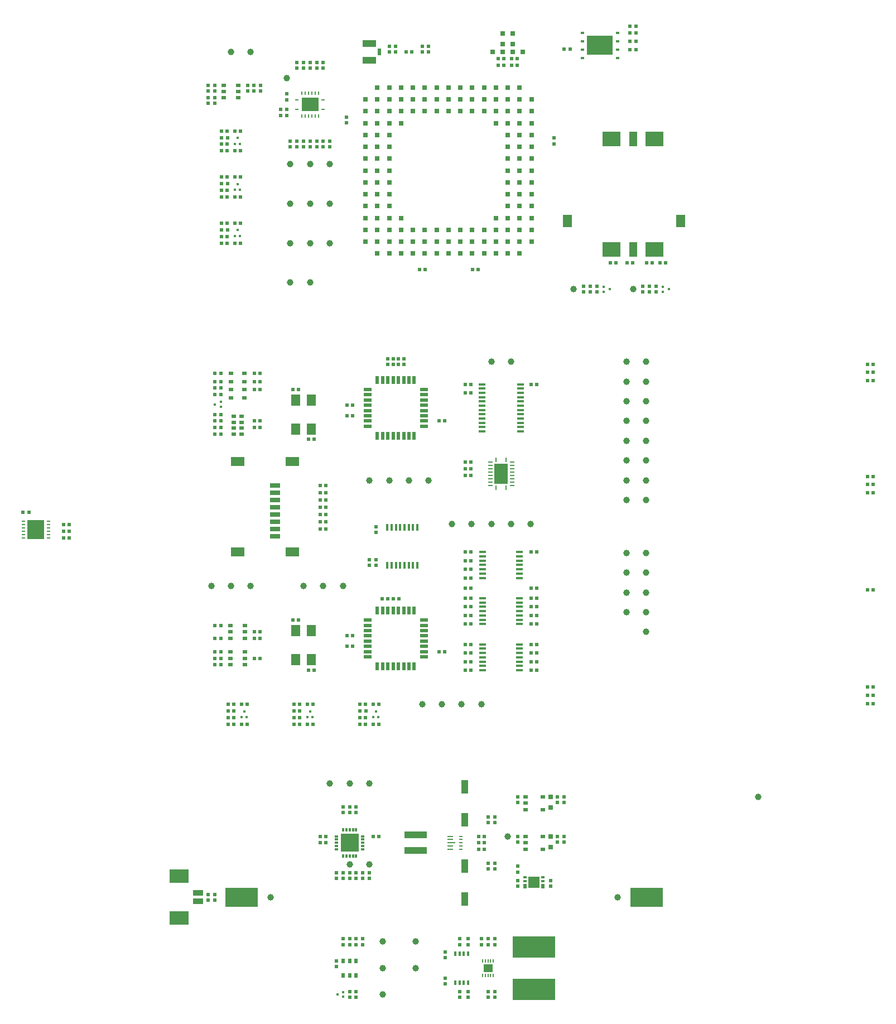
<source format=gtp>
G04*
G04 #@! TF.GenerationSoftware,Altium Limited,Altium Designer,20.0.13 (296)*
G04*
G04 Layer_Color=8421504*
%FSLAX25Y25*%
%MOIN*%
G70*
G01*
G75*
%ADD18R,0.03543X0.00984*%
%ADD19R,0.05118X0.00984*%
%ADD20R,0.02362X0.00984*%
G04:AMPARAMS|DCode=21|XSize=23.62mil|YSize=9.45mil|CornerRadius=0.94mil|HoleSize=0mil|Usage=FLASHONLY|Rotation=0.000|XOffset=0mil|YOffset=0mil|HoleType=Round|Shape=RoundedRectangle|*
%AMROUNDEDRECTD21*
21,1,0.02362,0.00756,0,0,0.0*
21,1,0.02173,0.00945,0,0,0.0*
1,1,0.00189,0.01087,-0.00378*
1,1,0.00189,-0.01087,-0.00378*
1,1,0.00189,-0.01087,0.00378*
1,1,0.00189,0.01087,0.00378*
%
%ADD21ROUNDEDRECTD21*%
G04:AMPARAMS|DCode=22|XSize=23.62mil|YSize=9.45mil|CornerRadius=0.94mil|HoleSize=0mil|Usage=FLASHONLY|Rotation=90.000|XOffset=0mil|YOffset=0mil|HoleType=Round|Shape=RoundedRectangle|*
%AMROUNDEDRECTD22*
21,1,0.02362,0.00756,0,0,90.0*
21,1,0.02173,0.00945,0,0,90.0*
1,1,0.00189,0.00378,0.01087*
1,1,0.00189,0.00378,-0.01087*
1,1,0.00189,-0.00378,-0.01087*
1,1,0.00189,-0.00378,0.01087*
%
%ADD22ROUNDEDRECTD22*%
%ADD23R,0.08071X0.12008*%
%ADD24R,0.10039X0.08071*%
%ADD25R,0.00984X0.02362*%
%ADD26R,0.03937X0.01772*%
%ADD27R,0.01772X0.03937*%
%ADD28R,0.05118X0.01968*%
%ADD29R,0.01968X0.05118*%
%ADD30R,0.10236X0.11811*%
%ADD31R,0.02362X0.00984*%
%ADD32C,0.03937*%
%ADD33R,0.00984X0.01968*%
%ADD34R,0.05512X0.05118*%
%ADD35R,0.03150X0.01968*%
%ADD36R,0.01575X0.01575*%
%ADD37R,0.01575X0.01575*%
%ADD38R,0.02756X0.01968*%
%ADD39R,0.25591X0.12520*%
%ADD40R,0.02047X0.01850*%
%ADD41R,0.11024X0.11024*%
%ADD42R,0.01181X0.01968*%
%ADD43R,0.01968X0.01181*%
%ADD44R,0.01575X0.03150*%
%ADD45R,0.15748X0.11811*%
%ADD46R,0.02362X0.01575*%
%ADD47R,0.01968X0.02362*%
%ADD48R,0.13386X0.03858*%
%ADD49R,0.03150X0.03150*%
G04:AMPARAMS|DCode=50|XSize=27.56mil|YSize=27.56mil|CornerRadius=2.76mil|HoleSize=0mil|Usage=FLASHONLY|Rotation=0.000|XOffset=0mil|YOffset=0mil|HoleType=Round|Shape=RoundedRectangle|*
%AMROUNDEDRECTD50*
21,1,0.02756,0.02205,0,0,0.0*
21,1,0.02205,0.02756,0,0,0.0*
1,1,0.00551,0.01102,-0.01102*
1,1,0.00551,-0.01102,-0.01102*
1,1,0.00551,-0.01102,0.01102*
1,1,0.00551,0.01102,0.01102*
%
%ADD50ROUNDEDRECTD50*%
%ADD51R,0.11811X0.08268*%
G04:AMPARAMS|DCode=52|XSize=62.99mil|YSize=31.89mil|CornerRadius=3.19mil|HoleSize=0mil|Usage=FLASHONLY|Rotation=0.000|XOffset=0mil|YOffset=0mil|HoleType=Round|Shape=RoundedRectangle|*
%AMROUNDEDRECTD52*
21,1,0.06299,0.02551,0,0,0.0*
21,1,0.05661,0.03189,0,0,0.0*
1,1,0.00638,0.02831,-0.01276*
1,1,0.00638,-0.02831,-0.01276*
1,1,0.00638,-0.02831,0.01276*
1,1,0.00638,0.02831,0.01276*
%
%ADD52ROUNDEDRECTD52*%
%ADD53R,0.07874X0.03937*%
%ADD54R,0.02362X0.03937*%
%ADD55R,0.11024X0.08661*%
%ADD56R,0.04724X0.08661*%
%ADD57R,0.05709X0.07677*%
%ADD58R,0.05906X0.03150*%
%ADD59R,0.07874X0.05709*%
%ADD60R,0.03937X0.07874*%
%ADD61R,0.07087X0.07087*%
%ADD62R,0.01968X0.02953*%
%ADD63R,0.01968X0.01575*%
%ADD64R,0.05512X0.07087*%
%ADD65R,0.03150X0.03150*%
%ADD66R,0.01850X0.02047*%
%ADD67R,0.01968X0.03150*%
%ADD68R,0.19685X0.11811*%
D18*
X323819Y137795D02*
D03*
Y135827D02*
D03*
Y131890D02*
D03*
Y129921D02*
D03*
D19*
X324606Y133858D02*
D03*
D20*
X330315Y129921D02*
D03*
Y131890D02*
D03*
Y133858D02*
D03*
Y135827D02*
D03*
Y137795D02*
D03*
X232382Y577756D02*
D03*
X247933D02*
D03*
Y571850D02*
D03*
X232382D02*
D03*
D21*
X347835Y355315D02*
D03*
Y353346D02*
D03*
Y351378D02*
D03*
Y349410D02*
D03*
Y347441D02*
D03*
Y357283D02*
D03*
Y359252D02*
D03*
Y361221D02*
D03*
X360827D02*
D03*
Y359252D02*
D03*
Y357283D02*
D03*
Y347441D02*
D03*
Y349410D02*
D03*
Y351378D02*
D03*
Y353346D02*
D03*
Y355315D02*
D03*
D22*
X351378Y345866D02*
D03*
X357283D02*
D03*
X351378Y362795D02*
D03*
X357283D02*
D03*
D23*
X354331Y354331D02*
D03*
D24*
X240158Y574803D02*
D03*
D25*
X235236Y581595D02*
D03*
X237205D02*
D03*
X239173D02*
D03*
X241142D02*
D03*
X243110D02*
D03*
X245079D02*
D03*
Y568012D02*
D03*
X243110D02*
D03*
X241142D02*
D03*
X239173D02*
D03*
X237205D02*
D03*
X235236D02*
D03*
D26*
X365748Y394980D02*
D03*
Y397539D02*
D03*
Y400098D02*
D03*
Y392421D02*
D03*
Y389862D02*
D03*
Y387303D02*
D03*
Y384744D02*
D03*
Y402658D02*
D03*
X342913Y394980D02*
D03*
Y397539D02*
D03*
Y400098D02*
D03*
Y392421D02*
D03*
Y389862D02*
D03*
Y387303D02*
D03*
Y384744D02*
D03*
Y402658D02*
D03*
Y405217D02*
D03*
Y382185D02*
D03*
X365748Y405217D02*
D03*
Y382185D02*
D03*
X342913Y407776D02*
D03*
Y379626D02*
D03*
X365748D02*
D03*
Y407776D02*
D03*
X343307Y307480D02*
D03*
X365354Y292126D02*
D03*
X343307D02*
D03*
Y294685D02*
D03*
Y297244D02*
D03*
Y304921D02*
D03*
Y302362D02*
D03*
Y299803D02*
D03*
X365354Y294685D02*
D03*
Y297244D02*
D03*
Y299803D02*
D03*
Y302362D02*
D03*
Y307480D02*
D03*
Y304921D02*
D03*
X343307Y252362D02*
D03*
X365354Y237008D02*
D03*
X343307D02*
D03*
Y239567D02*
D03*
Y242126D02*
D03*
Y249803D02*
D03*
Y247244D02*
D03*
Y244685D02*
D03*
X365354Y239567D02*
D03*
Y242126D02*
D03*
Y244685D02*
D03*
Y247244D02*
D03*
Y252362D02*
D03*
Y249803D02*
D03*
X343307Y279921D02*
D03*
X365354Y264567D02*
D03*
X343307D02*
D03*
Y267126D02*
D03*
Y269685D02*
D03*
Y277362D02*
D03*
Y274803D02*
D03*
Y272244D02*
D03*
X365354Y267126D02*
D03*
Y269685D02*
D03*
Y272244D02*
D03*
Y274803D02*
D03*
Y279921D02*
D03*
Y277362D02*
D03*
D27*
X286319Y299606D02*
D03*
X304232D02*
D03*
X301673D02*
D03*
X299114D02*
D03*
X296555D02*
D03*
X288878D02*
D03*
X291437D02*
D03*
X293996D02*
D03*
X286319Y322441D02*
D03*
X304232D02*
D03*
X301673D02*
D03*
X299114D02*
D03*
X296555D02*
D03*
X288878D02*
D03*
X291437D02*
D03*
X293996D02*
D03*
D28*
X274606Y266929D02*
D03*
Y263779D02*
D03*
Y260630D02*
D03*
Y257480D02*
D03*
Y254331D02*
D03*
Y251181D02*
D03*
Y248031D02*
D03*
Y244882D02*
D03*
X308071D02*
D03*
Y248031D02*
D03*
Y251181D02*
D03*
Y254331D02*
D03*
Y257480D02*
D03*
Y260630D02*
D03*
Y263779D02*
D03*
Y266929D02*
D03*
Y404724D02*
D03*
Y401575D02*
D03*
Y398425D02*
D03*
Y395276D02*
D03*
Y392126D02*
D03*
Y388976D02*
D03*
Y385827D02*
D03*
Y382677D02*
D03*
X274606D02*
D03*
Y385827D02*
D03*
Y388976D02*
D03*
Y392126D02*
D03*
Y395276D02*
D03*
Y398425D02*
D03*
Y401575D02*
D03*
Y404724D02*
D03*
D29*
X280315Y239173D02*
D03*
X283465D02*
D03*
X286614D02*
D03*
X289764D02*
D03*
X292913D02*
D03*
X296063D02*
D03*
X299213D02*
D03*
X302362D02*
D03*
Y272638D02*
D03*
X299213D02*
D03*
X296063D02*
D03*
X292913D02*
D03*
X289764D02*
D03*
X286614D02*
D03*
X283465D02*
D03*
X280315D02*
D03*
Y410433D02*
D03*
X283465D02*
D03*
X286614D02*
D03*
X289764D02*
D03*
X292913D02*
D03*
X296063D02*
D03*
X299213D02*
D03*
X302362D02*
D03*
Y376969D02*
D03*
X299213D02*
D03*
X296063D02*
D03*
X292913D02*
D03*
X289764D02*
D03*
X286614D02*
D03*
X283465D02*
D03*
X280315D02*
D03*
D30*
X76300Y321000D02*
D03*
D31*
X83780Y320016D02*
D03*
Y318047D02*
D03*
Y316079D02*
D03*
Y321984D02*
D03*
Y323953D02*
D03*
Y325921D02*
D03*
X68820Y320016D02*
D03*
Y318047D02*
D03*
Y316079D02*
D03*
Y321984D02*
D03*
Y323953D02*
D03*
Y325921D02*
D03*
D32*
X360236Y421300D02*
D03*
X216535Y101400D02*
D03*
X423764Y101397D02*
D03*
X303150Y74803D02*
D03*
Y59055D02*
D03*
X283465Y43307D02*
D03*
Y74803D02*
D03*
Y59055D02*
D03*
X507874Y161201D02*
D03*
X263779Y120866D02*
D03*
X275590D02*
D03*
X275590Y169291D02*
D03*
X251969D02*
D03*
X263779D02*
D03*
X358268Y137598D02*
D03*
X240158Y492126D02*
D03*
X251969D02*
D03*
X228346D02*
D03*
X324803Y324300D02*
D03*
X440945Y259842D02*
D03*
X287402Y350394D02*
D03*
X299213D02*
D03*
X440945Y307087D02*
D03*
Y295276D02*
D03*
Y283465D02*
D03*
X429134Y271654D02*
D03*
Y283465D02*
D03*
Y295276D02*
D03*
Y307087D02*
D03*
X204724Y606299D02*
D03*
X192913D02*
D03*
X228346Y468504D02*
D03*
X240158D02*
D03*
X311024Y350394D02*
D03*
X275590D02*
D03*
X251969Y539370D02*
D03*
X240158D02*
D03*
X228346D02*
D03*
X240158Y515748D02*
D03*
X228346D02*
D03*
X251969D02*
D03*
X226378Y590551D02*
D03*
X248031Y287402D02*
D03*
X236221D02*
D03*
X259842D02*
D03*
X181102D02*
D03*
X204724D02*
D03*
X192913D02*
D03*
X372047Y324300D02*
D03*
X360236D02*
D03*
X348425D02*
D03*
X336614D02*
D03*
X397638Y464567D02*
D03*
X433071D02*
D03*
X429134Y421260D02*
D03*
X440945D02*
D03*
X429134Y409449D02*
D03*
X440945D02*
D03*
X429134Y397638D02*
D03*
X440945D02*
D03*
X429134Y385827D02*
D03*
X440945D02*
D03*
X429134Y374016D02*
D03*
X440945D02*
D03*
X429134Y362205D02*
D03*
X440945D02*
D03*
X429134Y350394D02*
D03*
X440945D02*
D03*
X429134Y338583D02*
D03*
X440945D02*
D03*
X342520Y216535D02*
D03*
X330709D02*
D03*
X318898Y216500D02*
D03*
X307087Y216535D02*
D03*
X440945Y271654D02*
D03*
X348425Y421200D02*
D03*
D33*
X343307Y54724D02*
D03*
X344882D02*
D03*
X346457D02*
D03*
X348031D02*
D03*
X349606D02*
D03*
Y63386D02*
D03*
X348031D02*
D03*
X346457D02*
D03*
X344882D02*
D03*
X343307D02*
D03*
D34*
X346457Y59055D02*
D03*
D35*
X192520Y247835D02*
D03*
Y244094D02*
D03*
Y240354D02*
D03*
X201181D02*
D03*
Y247835D02*
D03*
Y244094D02*
D03*
X379134Y137598D02*
D03*
Y130118D02*
D03*
X368898D02*
D03*
Y133858D02*
D03*
Y137598D02*
D03*
X192913Y414370D02*
D03*
Y409449D02*
D03*
Y404528D02*
D03*
Y399606D02*
D03*
X200787Y414370D02*
D03*
Y409449D02*
D03*
Y404528D02*
D03*
Y399606D02*
D03*
X188583Y586417D02*
D03*
Y582677D02*
D03*
Y578937D02*
D03*
X197244D02*
D03*
Y586417D02*
D03*
Y582677D02*
D03*
X379134Y161221D02*
D03*
Y153740D02*
D03*
X368898D02*
D03*
Y157480D02*
D03*
Y161221D02*
D03*
X201181Y259842D02*
D03*
Y263583D02*
D03*
Y256102D02*
D03*
X192520D02*
D03*
Y259842D02*
D03*
Y263583D02*
D03*
D36*
X186811Y394193D02*
D03*
Y397146D02*
D03*
X260039Y41831D02*
D03*
Y44783D02*
D03*
X196850Y554921D02*
D03*
Y527362D02*
D03*
Y499803D02*
D03*
X200787Y212402D02*
D03*
X240158D02*
D03*
X279528D02*
D03*
X415551Y466043D02*
D03*
Y463091D02*
D03*
X450984Y466043D02*
D03*
Y463091D02*
D03*
D37*
X183268Y395669D02*
D03*
X256496Y43307D02*
D03*
X195374Y551378D02*
D03*
X198327D02*
D03*
X195374Y523819D02*
D03*
X198327D02*
D03*
X195374Y496260D02*
D03*
X198327D02*
D03*
X199311Y208858D02*
D03*
X202264D02*
D03*
X238681D02*
D03*
X241634D02*
D03*
X278051D02*
D03*
X281004D02*
D03*
X419095Y464567D02*
D03*
X454528D02*
D03*
D38*
X199213Y388583D02*
D03*
Y385039D02*
D03*
Y381496D02*
D03*
Y377953D02*
D03*
X194488D02*
D03*
Y381496D02*
D03*
Y385039D02*
D03*
Y388583D02*
D03*
D39*
X374016Y46457D02*
D03*
Y71653D02*
D03*
D40*
X228346Y552874D02*
D03*
Y549488D02*
D03*
X287402Y606299D02*
D03*
Y609685D02*
D03*
X240158Y596732D02*
D03*
Y600118D02*
D03*
X364173Y111260D02*
D03*
Y107874D02*
D03*
X342520Y73110D02*
D03*
Y76496D02*
D03*
X320866Y68622D02*
D03*
Y65236D02*
D03*
Y49488D02*
D03*
Y52874D02*
D03*
X350394Y76496D02*
D03*
Y73110D02*
D03*
X334547Y76496D02*
D03*
Y73110D02*
D03*
X255906Y60000D02*
D03*
Y63386D02*
D03*
X267717Y76496D02*
D03*
Y73110D02*
D03*
X263779Y76496D02*
D03*
Y73110D02*
D03*
X267717Y115866D02*
D03*
Y112480D02*
D03*
X263779Y115866D02*
D03*
Y112480D02*
D03*
X275590Y115866D02*
D03*
Y112480D02*
D03*
X271654Y115866D02*
D03*
Y112480D02*
D03*
X255906Y115866D02*
D03*
Y112480D02*
D03*
X259842Y115866D02*
D03*
Y112480D02*
D03*
X183071Y99704D02*
D03*
Y103090D02*
D03*
X267717Y151850D02*
D03*
Y155236D02*
D03*
X259842Y151850D02*
D03*
Y155236D02*
D03*
X263779Y151850D02*
D03*
Y155236D02*
D03*
X350394Y118386D02*
D03*
Y121772D02*
D03*
X346457D02*
D03*
Y118386D02*
D03*
X350443Y145945D02*
D03*
Y149331D02*
D03*
X346506D02*
D03*
Y145945D02*
D03*
X210630Y583032D02*
D03*
Y586417D02*
D03*
X206693D02*
D03*
Y583032D02*
D03*
X179134Y575551D02*
D03*
Y578937D02*
D03*
X183071Y586417D02*
D03*
Y583032D02*
D03*
X179134D02*
D03*
Y586417D02*
D03*
X364173Y157835D02*
D03*
Y161221D02*
D03*
X387795D02*
D03*
Y157835D02*
D03*
X391732D02*
D03*
Y161221D02*
D03*
X364173Y134213D02*
D03*
Y137598D02*
D03*
X387795D02*
D03*
Y134213D02*
D03*
X391732D02*
D03*
Y137598D02*
D03*
X385827Y554843D02*
D03*
Y551457D02*
D03*
X226378Y568465D02*
D03*
Y571850D02*
D03*
X251969Y549488D02*
D03*
Y552874D02*
D03*
X244094Y549488D02*
D03*
Y552874D02*
D03*
X236221Y549488D02*
D03*
Y552874D02*
D03*
X248031Y600118D02*
D03*
Y596732D02*
D03*
X244094Y600118D02*
D03*
Y596732D02*
D03*
X236221Y600118D02*
D03*
Y596732D02*
D03*
X286614Y419567D02*
D03*
Y422953D02*
D03*
X279528Y319173D02*
D03*
Y322559D02*
D03*
X275590Y299488D02*
D03*
Y302874D02*
D03*
X407480Y466260D02*
D03*
Y462874D02*
D03*
X442913Y466260D02*
D03*
Y462874D02*
D03*
X179134Y99704D02*
D03*
Y103090D02*
D03*
X364173Y116417D02*
D03*
Y119803D02*
D03*
X383858Y107874D02*
D03*
Y111260D02*
D03*
X346457Y73110D02*
D03*
Y76496D02*
D03*
X350394Y45000D02*
D03*
Y41614D02*
D03*
X346457Y45000D02*
D03*
Y41614D02*
D03*
X329429Y76496D02*
D03*
Y73110D02*
D03*
X263779Y41614D02*
D03*
Y45000D02*
D03*
X267520Y41614D02*
D03*
Y45000D02*
D03*
X271654Y76496D02*
D03*
Y73110D02*
D03*
X259842Y76496D02*
D03*
Y73110D02*
D03*
X202756Y586417D02*
D03*
Y583032D02*
D03*
X183071Y575551D02*
D03*
Y578937D02*
D03*
X261811Y563937D02*
D03*
Y567323D02*
D03*
X232283Y552874D02*
D03*
Y549488D02*
D03*
Y596732D02*
D03*
Y600118D02*
D03*
X248031Y549488D02*
D03*
Y552874D02*
D03*
X289764Y422953D02*
D03*
Y419567D02*
D03*
X279528Y299488D02*
D03*
Y302874D02*
D03*
X403543Y466260D02*
D03*
Y462874D02*
D03*
X438976Y466260D02*
D03*
Y462874D02*
D03*
X411417D02*
D03*
Y466260D02*
D03*
X446850Y462874D02*
D03*
Y466260D02*
D03*
X296063Y419567D02*
D03*
Y422953D02*
D03*
X292913Y419567D02*
D03*
Y422953D02*
D03*
X329429Y41614D02*
D03*
Y45000D02*
D03*
X334547Y41614D02*
D03*
Y45000D02*
D03*
X222441Y571850D02*
D03*
Y568465D02*
D03*
X226378Y577756D02*
D03*
Y581142D02*
D03*
X307087Y609685D02*
D03*
Y606299D02*
D03*
X291339Y609685D02*
D03*
Y606299D02*
D03*
X311024D02*
D03*
Y609685D02*
D03*
X240158Y552874D02*
D03*
Y549488D02*
D03*
D41*
X263779Y133858D02*
D03*
D42*
X267717Y125984D02*
D03*
X265748D02*
D03*
X263779D02*
D03*
X261811D02*
D03*
X259842D02*
D03*
Y141732D02*
D03*
X261811D02*
D03*
X263779D02*
D03*
X265748D02*
D03*
X267717D02*
D03*
D43*
X255906Y129921D02*
D03*
Y131890D02*
D03*
Y133858D02*
D03*
Y135827D02*
D03*
Y137795D02*
D03*
X271654D02*
D03*
Y135827D02*
D03*
Y133858D02*
D03*
Y131890D02*
D03*
Y129921D02*
D03*
D44*
X326870Y67716D02*
D03*
X329429D02*
D03*
X331988D02*
D03*
X334547D02*
D03*
Y50394D02*
D03*
X331988D02*
D03*
X329429D02*
D03*
X326870D02*
D03*
D45*
X413386Y610236D02*
D03*
D46*
X424016Y602736D02*
D03*
Y607736D02*
D03*
Y612736D02*
D03*
Y617736D02*
D03*
X402756D02*
D03*
Y612736D02*
D03*
Y607736D02*
D03*
Y602736D02*
D03*
D47*
X183268Y405512D02*
D03*
X186811D02*
D03*
X187205Y555118D02*
D03*
X190748D02*
D03*
Y527559D02*
D03*
X187205D02*
D03*
Y500000D02*
D03*
X190748D02*
D03*
X194685Y212598D02*
D03*
X191142D02*
D03*
X230512D02*
D03*
X234055D02*
D03*
X273425D02*
D03*
X269882D02*
D03*
D48*
X303150Y138524D02*
D03*
Y129193D02*
D03*
D49*
X361161Y611073D02*
D03*
Y617274D02*
D03*
X383858Y131398D02*
D03*
Y137598D02*
D03*
Y155020D02*
D03*
Y161221D02*
D03*
X355374Y611073D02*
D03*
Y617274D02*
D03*
D50*
X273228Y492913D02*
D03*
X280315D02*
D03*
X273228Y507087D02*
D03*
Y500000D02*
D03*
X280315Y485827D02*
D03*
X287402D02*
D03*
X280315Y500000D02*
D03*
X287402Y492913D02*
D03*
Y500000D02*
D03*
X273228Y528346D02*
D03*
Y514173D02*
D03*
Y521260D02*
D03*
X280315Y514173D02*
D03*
Y507087D02*
D03*
Y528346D02*
D03*
X287402Y514173D02*
D03*
X280315Y521260D02*
D03*
X294488Y492913D02*
D03*
Y485827D02*
D03*
X301575D02*
D03*
X308661D02*
D03*
X301575Y492913D02*
D03*
X315748Y485827D02*
D03*
X308661Y492913D02*
D03*
X287402Y521260D02*
D03*
X294488Y500000D02*
D03*
X287402Y507087D02*
D03*
X301575Y500000D02*
D03*
X315748Y492913D02*
D03*
X294488Y507087D02*
D03*
X315748Y500000D02*
D03*
X308661D02*
D03*
X273228Y542520D02*
D03*
Y535433D02*
D03*
Y556693D02*
D03*
Y549606D02*
D03*
X280315Y535433D02*
D03*
X287402Y528346D02*
D03*
X280315Y556693D02*
D03*
Y542520D02*
D03*
Y549606D02*
D03*
X273228Y563779D02*
D03*
X280315D02*
D03*
X273228Y570866D02*
D03*
Y577953D02*
D03*
X287402Y563779D02*
D03*
Y556693D02*
D03*
X280315Y585039D02*
D03*
Y570866D02*
D03*
Y577953D02*
D03*
X287402Y542520D02*
D03*
Y535433D02*
D03*
Y577953D02*
D03*
Y549606D02*
D03*
Y570866D02*
D03*
X294488D02*
D03*
Y563779D02*
D03*
X301575Y570866D02*
D03*
X315748D02*
D03*
X308661D02*
D03*
X287402Y585039D02*
D03*
X294488Y577953D02*
D03*
Y585039D02*
D03*
X301575Y577953D02*
D03*
X308661D02*
D03*
X301575Y585039D02*
D03*
X315748D02*
D03*
X308661D02*
D03*
X322835Y485827D02*
D03*
X329921D02*
D03*
X322835Y492913D02*
D03*
X329921D02*
D03*
X337008Y485827D02*
D03*
X344094D02*
D03*
X337008Y492913D02*
D03*
X351181Y485827D02*
D03*
X358268Y492913D02*
D03*
X329921Y500000D02*
D03*
X344094Y492913D02*
D03*
X322835Y500000D02*
D03*
X344094D02*
D03*
X337008D02*
D03*
X351181D02*
D03*
Y492913D02*
D03*
Y507087D02*
D03*
X358268Y500000D02*
D03*
Y528346D02*
D03*
Y485827D02*
D03*
X365354Y492913D02*
D03*
X358268Y514173D02*
D03*
X365354Y500000D02*
D03*
X358268Y507087D02*
D03*
X365354Y485827D02*
D03*
X372441Y492913D02*
D03*
X365354Y507087D02*
D03*
X372441Y500000D02*
D03*
Y507087D02*
D03*
X358268Y521260D02*
D03*
X365354Y514173D02*
D03*
Y535433D02*
D03*
Y521260D02*
D03*
Y528346D02*
D03*
X372441D02*
D03*
Y514173D02*
D03*
Y521260D02*
D03*
X322835Y570866D02*
D03*
X329921D02*
D03*
X322835Y577953D02*
D03*
X337008Y570866D02*
D03*
X358268Y542520D02*
D03*
Y535433D02*
D03*
X344094Y570866D02*
D03*
X351181Y563779D02*
D03*
Y570866D02*
D03*
X315748Y577953D02*
D03*
X329921D02*
D03*
X322835Y585039D02*
D03*
X337008Y577953D02*
D03*
X329921Y585039D02*
D03*
X344094Y577953D02*
D03*
X351181D02*
D03*
X337008Y585039D02*
D03*
X351181D02*
D03*
X344094D02*
D03*
X358268Y549606D02*
D03*
X365354Y542520D02*
D03*
X358268Y563779D02*
D03*
X365354Y549606D02*
D03*
X358268Y556693D02*
D03*
X372441Y542520D02*
D03*
Y535433D02*
D03*
X365354Y556693D02*
D03*
X372441Y549606D02*
D03*
Y556693D02*
D03*
X358268Y570866D02*
D03*
X365354Y563779D02*
D03*
X358268Y585039D02*
D03*
X365354Y570866D02*
D03*
X358268Y577953D02*
D03*
X372441Y570866D02*
D03*
Y563779D02*
D03*
X365354Y577953D02*
D03*
X372441D02*
D03*
X365354Y585039D02*
D03*
D51*
X161811Y88897D02*
D03*
Y113897D02*
D03*
D52*
X173228Y98936D02*
D03*
Y103858D02*
D03*
D53*
X275590Y601181D02*
D03*
Y611417D02*
D03*
D54*
X281496Y606299D02*
D03*
D55*
X445827Y554331D02*
D03*
X420315Y554331D02*
D03*
X445827Y488189D02*
D03*
X420315D02*
D03*
D56*
X433071Y554331D02*
D03*
Y488189D02*
D03*
D57*
X461496Y505236D02*
D03*
X393937Y505236D02*
D03*
D58*
X219291Y334272D02*
D03*
Y329941D02*
D03*
Y338602D02*
D03*
Y342933D02*
D03*
Y347264D02*
D03*
Y325610D02*
D03*
Y321280D02*
D03*
Y316949D02*
D03*
D59*
X196850Y361713D02*
D03*
Y307579D02*
D03*
X229528D02*
D03*
Y361713D02*
D03*
D60*
X332677Y167323D02*
D03*
Y147638D02*
D03*
Y100394D02*
D03*
Y120079D02*
D03*
D61*
X374016Y110236D02*
D03*
D62*
X368701Y107874D02*
D03*
X379331D02*
D03*
D63*
X368701Y110925D02*
D03*
Y113287D02*
D03*
X379331D02*
D03*
Y110925D02*
D03*
D64*
X231496Y243307D02*
D03*
Y260630D02*
D03*
X240945D02*
D03*
Y243307D02*
D03*
Y381102D02*
D03*
Y398425D02*
D03*
X231496D02*
D03*
Y381102D02*
D03*
D65*
X355374Y606299D02*
D03*
X349173D02*
D03*
X361161D02*
D03*
X367362D02*
D03*
D66*
X352638Y602362D02*
D03*
X356024D02*
D03*
X352638Y598425D02*
D03*
X356024D02*
D03*
X363898Y602362D02*
D03*
X360512D02*
D03*
X363898Y598425D02*
D03*
X360512D02*
D03*
X422953Y480315D02*
D03*
X419567D02*
D03*
X432795D02*
D03*
X429410D02*
D03*
X449094D02*
D03*
X452480D02*
D03*
X444606D02*
D03*
X441221D02*
D03*
X190669Y547244D02*
D03*
X187284D02*
D03*
X190669Y559055D02*
D03*
X187284D02*
D03*
Y551181D02*
D03*
X190669D02*
D03*
Y519685D02*
D03*
X187284D02*
D03*
X190669Y531496D02*
D03*
X187284D02*
D03*
Y523622D02*
D03*
X190669D02*
D03*
Y492126D02*
D03*
X187284D02*
D03*
X190669Y503937D02*
D03*
X187284D02*
D03*
Y496063D02*
D03*
X190669D02*
D03*
X332953Y252362D02*
D03*
X336339D02*
D03*
X332953Y242126D02*
D03*
X336339D02*
D03*
X375709Y237008D02*
D03*
X372323D02*
D03*
X375709Y247244D02*
D03*
X372323D02*
D03*
X265472Y395276D02*
D03*
X262087D02*
D03*
X265472Y388976D02*
D03*
X262087D02*
D03*
X317205Y385827D02*
D03*
X320590D02*
D03*
X229803Y404724D02*
D03*
X233189D02*
D03*
X242638Y374803D02*
D03*
X239252D02*
D03*
X186732Y263583D02*
D03*
X183346D02*
D03*
X206968Y259842D02*
D03*
X210354D02*
D03*
X183346Y247835D02*
D03*
X186732D02*
D03*
Y244094D02*
D03*
X183346D02*
D03*
X246339Y338602D02*
D03*
X249724D02*
D03*
X262087Y257480D02*
D03*
X265472D02*
D03*
X262087Y251181D02*
D03*
X265472D02*
D03*
X320590Y248031D02*
D03*
X317205D02*
D03*
X233189Y266929D02*
D03*
X229803D02*
D03*
X239252Y237008D02*
D03*
X242638D02*
D03*
X293150Y279528D02*
D03*
X289764D02*
D03*
X194606Y204724D02*
D03*
X191220D02*
D03*
X194606Y216535D02*
D03*
X191220D02*
D03*
Y208661D02*
D03*
X194606D02*
D03*
X233976Y204724D02*
D03*
X230591D02*
D03*
X233976Y216535D02*
D03*
X230591D02*
D03*
Y208661D02*
D03*
X233976D02*
D03*
X273346Y204724D02*
D03*
X269961D02*
D03*
X273346Y216535D02*
D03*
X269961D02*
D03*
Y208661D02*
D03*
X273346D02*
D03*
X375709Y407776D02*
D03*
X372323D02*
D03*
X332953D02*
D03*
X336339D02*
D03*
X576496Y342954D02*
D03*
X573110D02*
D03*
X576496Y347876D02*
D03*
X573110D02*
D03*
X576496Y352797D02*
D03*
X573110D02*
D03*
X576496Y216970D02*
D03*
X573110D02*
D03*
X576496Y221891D02*
D03*
X573110D02*
D03*
X576496Y226813D02*
D03*
X573110D02*
D03*
X210354Y404528D02*
D03*
X206968D02*
D03*
X183346Y409449D02*
D03*
X186732D02*
D03*
X183346Y414370D02*
D03*
X186732D02*
D03*
X576496Y409883D02*
D03*
X573110D02*
D03*
X576496Y414805D02*
D03*
X573110D02*
D03*
X576496Y419726D02*
D03*
X573110D02*
D03*
X72093Y331200D02*
D03*
X68707D02*
D03*
X96181Y323953D02*
D03*
X92795D02*
D03*
X332953Y353346D02*
D03*
X336339D02*
D03*
X210354Y381890D02*
D03*
X206968D02*
D03*
X210354Y385827D02*
D03*
X206968D02*
D03*
X186732D02*
D03*
X183346D02*
D03*
X186732Y389764D02*
D03*
X183346D02*
D03*
X573110Y284941D02*
D03*
X576496D02*
D03*
X375709Y307480D02*
D03*
X372323D02*
D03*
X332953Y307480D02*
D03*
X336339D02*
D03*
X332953Y297244D02*
D03*
X336339D02*
D03*
X332953Y292126D02*
D03*
X336339D02*
D03*
X246339Y133858D02*
D03*
X249724D02*
D03*
X246339Y137795D02*
D03*
X249724D02*
D03*
X281221D02*
D03*
X277835D02*
D03*
X340827D02*
D03*
X344213D02*
D03*
X340827Y133858D02*
D03*
X344213D02*
D03*
Y129921D02*
D03*
X340827D02*
D03*
X337165Y476378D02*
D03*
X340551D02*
D03*
X308780D02*
D03*
X305394D02*
D03*
X198543Y559055D02*
D03*
X195158D02*
D03*
X198543Y531496D02*
D03*
X195158D02*
D03*
X198543Y503937D02*
D03*
X195158D02*
D03*
X198543Y547244D02*
D03*
X195158D02*
D03*
X198543Y519685D02*
D03*
X195158D02*
D03*
X198543Y492126D02*
D03*
X195158D02*
D03*
X336339Y247244D02*
D03*
X332953D02*
D03*
X336339Y237008D02*
D03*
X332953D02*
D03*
X372323Y242126D02*
D03*
X375709D02*
D03*
X372323Y252362D02*
D03*
X375709D02*
D03*
Y279921D02*
D03*
X372323D02*
D03*
X375709Y274803D02*
D03*
X372323D02*
D03*
X375709Y269685D02*
D03*
X372323D02*
D03*
X375709Y264567D02*
D03*
X372323D02*
D03*
X332953Y264567D02*
D03*
X336339D02*
D03*
X332953Y269685D02*
D03*
X336339D02*
D03*
X332953Y274803D02*
D03*
X336339D02*
D03*
X332953Y279921D02*
D03*
X336339D02*
D03*
X186732Y256102D02*
D03*
X183346D02*
D03*
X206968D02*
D03*
X210354D02*
D03*
X206968Y244094D02*
D03*
X210354D02*
D03*
X186732Y240354D02*
D03*
X183346D02*
D03*
X249724Y325610D02*
D03*
X246339D02*
D03*
X249724Y342933D02*
D03*
X246339D02*
D03*
X249724Y334272D02*
D03*
X246339D02*
D03*
Y321280D02*
D03*
X249724D02*
D03*
X246339Y347264D02*
D03*
X249724D02*
D03*
X246339Y329941D02*
D03*
X249724D02*
D03*
X286614Y279528D02*
D03*
X283228D02*
D03*
X202480Y216535D02*
D03*
X199094D02*
D03*
X241850D02*
D03*
X238465D02*
D03*
X281221D02*
D03*
X277835D02*
D03*
X202480Y204724D02*
D03*
X199094D02*
D03*
X241850D02*
D03*
X238465D02*
D03*
X281221D02*
D03*
X277835D02*
D03*
X206968Y414370D02*
D03*
X210354D02*
D03*
X206968Y409449D02*
D03*
X210354D02*
D03*
X92795Y316079D02*
D03*
X96181D02*
D03*
X92795Y320016D02*
D03*
X96181D02*
D03*
X332953Y361221D02*
D03*
X336339D02*
D03*
X332953Y357283D02*
D03*
X336339D02*
D03*
X183346Y381890D02*
D03*
X186732D02*
D03*
X183346Y377953D02*
D03*
X186732D02*
D03*
X336339Y402658D02*
D03*
X332953D02*
D03*
X183346Y401575D02*
D03*
X186732D02*
D03*
X332953Y302362D02*
D03*
X336339D02*
D03*
X375709Y286024D02*
D03*
X372323D02*
D03*
X332953Y286024D02*
D03*
X336339D02*
D03*
X297520Y606299D02*
D03*
X300905D02*
D03*
X434764Y617736D02*
D03*
X431378D02*
D03*
X434764Y621673D02*
D03*
X431378D02*
D03*
X434764Y612736D02*
D03*
X431378D02*
D03*
X434764Y607736D02*
D03*
X431378D02*
D03*
X392008Y607800D02*
D03*
X395394D02*
D03*
D67*
X263779Y63386D02*
D03*
X260039D02*
D03*
X267520D02*
D03*
Y54724D02*
D03*
X263779D02*
D03*
X260039D02*
D03*
D68*
X441218Y101397D02*
D03*
X199182D02*
D03*
M02*

</source>
